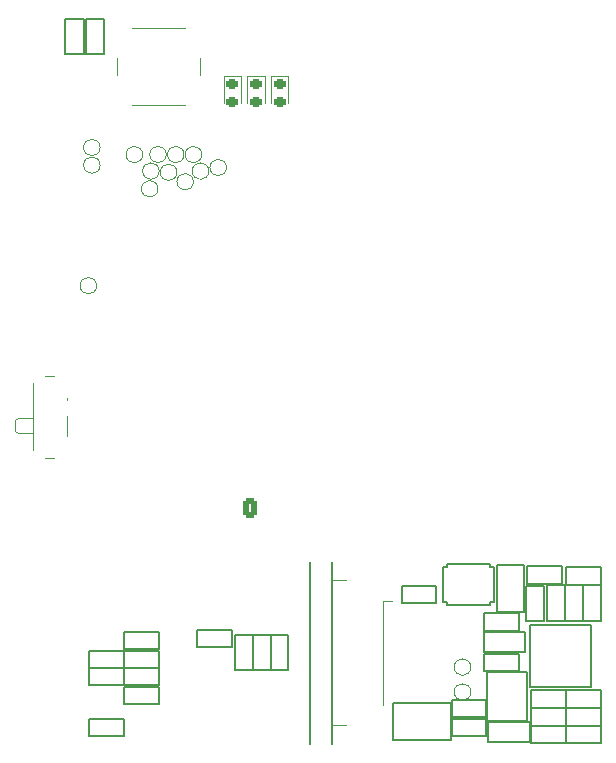
<source format=gbr>
%TF.GenerationSoftware,KiCad,Pcbnew,(6.0.4)*%
%TF.CreationDate,2022-05-12T22:03:53-04:00*%
%TF.ProjectId,Mouse V1,4d6f7573-6520-4563-912e-6b696361645f,V2.0*%
%TF.SameCoordinates,Original*%
%TF.FileFunction,Legend,Bot*%
%TF.FilePolarity,Positive*%
%FSLAX46Y46*%
G04 Gerber Fmt 4.6, Leading zero omitted, Abs format (unit mm)*
G04 Created by KiCad (PCBNEW (6.0.4)) date 2022-05-12 22:03:53*
%MOMM*%
%LPD*%
G01*
G04 APERTURE LIST*
G04 Aperture macros list*
%AMRoundRect*
0 Rectangle with rounded corners*
0 $1 Rounding radius*
0 $2 $3 $4 $5 $6 $7 $8 $9 X,Y pos of 4 corners*
0 Add a 4 corners polygon primitive as box body*
4,1,4,$2,$3,$4,$5,$6,$7,$8,$9,$2,$3,0*
0 Add four circle primitives for the rounded corners*
1,1,$1+$1,$2,$3*
1,1,$1+$1,$4,$5*
1,1,$1+$1,$6,$7*
1,1,$1+$1,$8,$9*
0 Add four rect primitives between the rounded corners*
20,1,$1+$1,$2,$3,$4,$5,0*
20,1,$1+$1,$4,$5,$6,$7,0*
20,1,$1+$1,$6,$7,$8,$9,0*
20,1,$1+$1,$8,$9,$2,$3,0*%
G04 Aperture macros list end*
%ADD10C,0.150000*%
%ADD11C,0.120000*%
%ADD12C,1.701800*%
%ADD13O,2.500000X1.500000*%
%ADD14C,1.500000*%
%ADD15RoundRect,0.250000X-0.350000X-0.625000X0.350000X-0.625000X0.350000X0.625000X-0.350000X0.625000X0*%
%ADD16O,1.200000X1.750000*%
%ADD17C,1.498600*%
%ADD18O,0.850000X0.600000*%
%ADD19C,0.600000*%
%ADD20O,1.300000X2.600000*%
%ADD21O,1.300000X2.300000*%
%ADD22C,0.800000*%
%ADD23R,1.400000X1.400000*%
%ADD24C,1.400000*%
%ADD25C,1.000000*%
%ADD26RoundRect,0.218750X-0.256250X0.218750X-0.256250X-0.218750X0.256250X-0.218750X0.256250X0.218750X0*%
%ADD27R,0.800000X1.000000*%
%ADD28C,0.900000*%
%ADD29R,1.500000X0.700000*%
%ADD30C,2.000000*%
%ADD31C,1.100000*%
%ADD32R,2.500000X1.100000*%
%ADD33O,3.500000X1.900000*%
G04 APERTURE END LIST*
D10*
X157766743Y-150550000D02*
X160766743Y-150550000D01*
X160766743Y-150550000D02*
X160766743Y-149050000D01*
X160766743Y-149050000D02*
X157766743Y-149050000D01*
X157766743Y-149050000D02*
X157766743Y-150550000D01*
X150356743Y-140090000D02*
X150356743Y-137110000D01*
X118300000Y-90700000D02*
X119900000Y-90700000D01*
X119900000Y-90700000D02*
X119900000Y-93700000D01*
X119900000Y-93700000D02*
X118300000Y-93700000D01*
X118300000Y-93700000D02*
X118300000Y-90700000D01*
X163666743Y-141650000D02*
X162166743Y-141650000D01*
X162166743Y-141650000D02*
X162166743Y-138650000D01*
X162166743Y-138650000D02*
X163666743Y-138650000D01*
X163666743Y-138650000D02*
X163666743Y-141650000D01*
X154326743Y-140350000D02*
X150706743Y-140350000D01*
X120320000Y-147120000D02*
X123280000Y-147120000D01*
X123280000Y-147120000D02*
X123280000Y-145660000D01*
X123280000Y-145660000D02*
X120320000Y-145660000D01*
X120320000Y-145660000D02*
X120320000Y-147120000D01*
X150356743Y-137110000D02*
X150706743Y-137110000D01*
X123320000Y-144060000D02*
X126280000Y-144060000D01*
X126280000Y-144060000D02*
X126280000Y-142600000D01*
X126280000Y-142600000D02*
X123320000Y-142600000D01*
X123320000Y-142600000D02*
X123320000Y-144060000D01*
X153766743Y-145950000D02*
X156766743Y-145950000D01*
X156766743Y-145950000D02*
X156766743Y-144450000D01*
X156766743Y-144450000D02*
X153766743Y-144450000D01*
X153766743Y-144450000D02*
X153766743Y-145950000D01*
X154066743Y-146050000D02*
X157466743Y-146050000D01*
X157466743Y-146050000D02*
X157466743Y-150150000D01*
X157466743Y-150150000D02*
X154066743Y-150150000D01*
X154066743Y-150150000D02*
X154066743Y-146050000D01*
X132760000Y-142900000D02*
X134240000Y-142900000D01*
X134240000Y-142900000D02*
X134240000Y-145880000D01*
X134240000Y-145880000D02*
X132760000Y-145880000D01*
X132760000Y-145880000D02*
X132760000Y-142900000D01*
X157766743Y-149050000D02*
X160766743Y-149050000D01*
X160766743Y-149050000D02*
X160766743Y-147550000D01*
X160766743Y-147550000D02*
X157766743Y-147550000D01*
X157766743Y-147550000D02*
X157766743Y-149050000D01*
X157266743Y-144350000D02*
X153766743Y-144350000D01*
X153766743Y-144350000D02*
X153766743Y-142650000D01*
X153766743Y-142650000D02*
X157266743Y-142650000D01*
X157266743Y-142650000D02*
X157266743Y-144350000D01*
X123320000Y-148760000D02*
X126280000Y-148760000D01*
X126280000Y-148760000D02*
X126280000Y-147300000D01*
X126280000Y-147300000D02*
X123320000Y-147300000D01*
X123320000Y-147300000D02*
X123320000Y-148760000D01*
X158866743Y-141650000D02*
X157366743Y-141650000D01*
X157366743Y-141650000D02*
X157366743Y-138750000D01*
X157366743Y-138750000D02*
X158866743Y-138750000D01*
X158866743Y-138750000D02*
X158866743Y-141650000D01*
X160766743Y-137150000D02*
X163666743Y-137150000D01*
X163666743Y-137150000D02*
X163666743Y-138650000D01*
X163666743Y-138650000D02*
X160766743Y-138650000D01*
X160766743Y-138650000D02*
X160766743Y-137150000D01*
X151066743Y-148350000D02*
X153966743Y-148350000D01*
X153966743Y-148350000D02*
X153966743Y-149850000D01*
X153966743Y-149850000D02*
X151066743Y-149850000D01*
X151066743Y-149850000D02*
X151066743Y-148350000D01*
X157666743Y-151950000D02*
X154166743Y-151950000D01*
X154166743Y-151950000D02*
X154166743Y-150250000D01*
X154166743Y-150250000D02*
X157666743Y-150250000D01*
X157666743Y-150250000D02*
X157666743Y-151950000D01*
X154326743Y-140080000D02*
X154326743Y-140350000D01*
X154866743Y-140950000D02*
X157166743Y-140950000D01*
X157166743Y-140950000D02*
X157166743Y-136950000D01*
X157166743Y-136950000D02*
X154866743Y-136950000D01*
X154866743Y-136950000D02*
X154866743Y-140950000D01*
X160766743Y-147550000D02*
X163666743Y-147550000D01*
X163666743Y-147550000D02*
X163666743Y-149050000D01*
X163666743Y-149050000D02*
X160766743Y-149050000D01*
X160766743Y-149050000D02*
X160766743Y-147550000D01*
X151066743Y-151450000D02*
X153966743Y-151450000D01*
X153966743Y-151450000D02*
X153966743Y-149950000D01*
X153966743Y-149950000D02*
X151066743Y-149950000D01*
X151066743Y-149950000D02*
X151066743Y-151450000D01*
X120100000Y-90700000D02*
X121600000Y-90700000D01*
X121600000Y-90700000D02*
X121600000Y-93700000D01*
X121600000Y-93700000D02*
X120100000Y-93700000D01*
X120100000Y-93700000D02*
X120100000Y-90700000D01*
X150706743Y-136840000D02*
X154326743Y-136850000D01*
X159166743Y-141650000D02*
X160666743Y-141650000D01*
X160666743Y-141650000D02*
X160666743Y-138650000D01*
X160666743Y-138650000D02*
X159166743Y-138650000D01*
X159166743Y-138650000D02*
X159166743Y-141650000D01*
X154326743Y-137120000D02*
X154676743Y-137120000D01*
X139100000Y-152100000D02*
X139100000Y-136700000D01*
X146066743Y-151750000D02*
X150966743Y-151750000D01*
X150966743Y-151750000D02*
X150966743Y-148650000D01*
X150966743Y-148650000D02*
X146066743Y-148650000D01*
X146066743Y-148650000D02*
X146066743Y-151750000D01*
X120320000Y-151460000D02*
X123280000Y-151460000D01*
X123280000Y-151460000D02*
X123280000Y-150000000D01*
X123280000Y-150000000D02*
X120320000Y-150000000D01*
X120320000Y-150000000D02*
X120320000Y-151460000D01*
X162166743Y-141650000D02*
X160666743Y-141650000D01*
X160666743Y-141650000D02*
X160666743Y-138650000D01*
X160666743Y-138650000D02*
X162166743Y-138650000D01*
X162166743Y-138650000D02*
X162166743Y-141650000D01*
X150706743Y-140350000D02*
X150706743Y-140090000D01*
X163666743Y-150550000D02*
X160766743Y-150550000D01*
X160766743Y-150550000D02*
X160766743Y-152050000D01*
X160766743Y-152050000D02*
X163666743Y-152050000D01*
X163666743Y-152050000D02*
X163666743Y-150550000D01*
X150706743Y-137110000D02*
X150706743Y-136840000D01*
X129540000Y-143930000D02*
X132500000Y-143930000D01*
X132500000Y-143930000D02*
X132500000Y-142470000D01*
X132500000Y-142470000D02*
X129540000Y-142470000D01*
X129540000Y-142470000D02*
X129540000Y-143930000D01*
X120320000Y-145660000D02*
X123280000Y-145660000D01*
X123280000Y-145660000D02*
X123280000Y-144200000D01*
X123280000Y-144200000D02*
X120320000Y-144200000D01*
X120320000Y-144200000D02*
X120320000Y-145660000D01*
X160766743Y-149050000D02*
X163666743Y-149050000D01*
X163666743Y-149050000D02*
X163666743Y-150550000D01*
X163666743Y-150550000D02*
X160766743Y-150550000D01*
X160766743Y-150550000D02*
X160766743Y-149050000D01*
X157666743Y-147250000D02*
X162866743Y-147250000D01*
X162866743Y-147250000D02*
X162866743Y-142050000D01*
X162866743Y-142050000D02*
X157666743Y-142050000D01*
X157666743Y-142050000D02*
X157666743Y-147250000D01*
X123320000Y-147120000D02*
X126280000Y-147120000D01*
X126280000Y-147120000D02*
X126280000Y-145660000D01*
X126280000Y-145660000D02*
X123320000Y-145660000D01*
X123320000Y-145660000D02*
X123320000Y-147120000D01*
X157766743Y-152050000D02*
X160766743Y-152050000D01*
X160766743Y-152050000D02*
X160766743Y-150550000D01*
X160766743Y-150550000D02*
X157766743Y-150550000D01*
X157766743Y-150550000D02*
X157766743Y-152050000D01*
X154676743Y-140080000D02*
X154326743Y-140080000D01*
X154326743Y-136850000D02*
X154326743Y-137120000D01*
X134240000Y-145880000D02*
X135770000Y-145880000D01*
X135770000Y-145880000D02*
X135770000Y-142900000D01*
X135770000Y-142900000D02*
X134240000Y-142900000D01*
X134240000Y-142900000D02*
X134240000Y-145880000D01*
X149766743Y-140150000D02*
X146866743Y-140150000D01*
X146866743Y-140150000D02*
X146866743Y-138750000D01*
X146866743Y-138750000D02*
X149766743Y-138750000D01*
X149766743Y-138750000D02*
X149766743Y-140150000D01*
X135790000Y-142900000D02*
X137230000Y-142900000D01*
X137230000Y-142900000D02*
X137230000Y-145880000D01*
X137230000Y-145880000D02*
X135790000Y-145880000D01*
X135790000Y-145880000D02*
X135790000Y-142900000D01*
X123320000Y-145660000D02*
X126280000Y-145660000D01*
X126280000Y-145660000D02*
X126280000Y-144200000D01*
X126280000Y-144200000D02*
X123320000Y-144200000D01*
X123320000Y-144200000D02*
X123320000Y-145660000D01*
X140900000Y-152100000D02*
X140900000Y-136700000D01*
X154676743Y-137120000D02*
X154676743Y-140080000D01*
X156766743Y-142550000D02*
X153766743Y-142550000D01*
X153766743Y-142550000D02*
X153766743Y-141050000D01*
X153766743Y-141050000D02*
X156766743Y-141050000D01*
X156766743Y-141050000D02*
X156766743Y-142550000D01*
X157466743Y-138550000D02*
X160366743Y-138550000D01*
X160366743Y-138550000D02*
X160366743Y-137050000D01*
X160366743Y-137050000D02*
X157466743Y-137050000D01*
X157466743Y-137050000D02*
X157466743Y-138550000D01*
X150706743Y-140090000D02*
X150356743Y-140090000D01*
D11*
X128400000Y-102200000D02*
G75*
G03*
X128400000Y-102200000I-700000J0D01*
G01*
X124900000Y-102200000D02*
G75*
G03*
X124900000Y-102200000I-700000J0D01*
G01*
X133765000Y-97800000D02*
X133765000Y-95515000D01*
X133765000Y-95515000D02*
X135235000Y-95515000D01*
X135235000Y-95515000D02*
X135235000Y-97800000D01*
X152683257Y-145600000D02*
G75*
G03*
X152683257Y-145600000I-700000J0D01*
G01*
X126900000Y-102200000D02*
G75*
G03*
X126900000Y-102200000I-700000J0D01*
G01*
X137235000Y-95515000D02*
X137235000Y-97800000D01*
X135765000Y-95515000D02*
X137235000Y-95515000D01*
X135765000Y-97800000D02*
X135765000Y-95515000D01*
X129900000Y-102200000D02*
G75*
G03*
X129900000Y-102200000I-700000J0D01*
G01*
X115625000Y-125800000D02*
X114335000Y-125800000D01*
X115625000Y-127250000D02*
X115625000Y-121550000D01*
X118475000Y-123000000D02*
X118475000Y-122800000D01*
X116635000Y-120950000D02*
X117425000Y-120950000D01*
X114335000Y-124500000D02*
X115625000Y-124500000D01*
X114335000Y-125800000D02*
X114125000Y-125600000D01*
X114125000Y-125600000D02*
X114125000Y-124700000D01*
X117425000Y-127850000D02*
X116635000Y-127850000D01*
X114335000Y-124500000D02*
X114125000Y-124700000D01*
X118475000Y-126000000D02*
X118475000Y-124300000D01*
X152683257Y-147700000D02*
G75*
G03*
X152683257Y-147700000I-700000J0D01*
G01*
X127800000Y-103700000D02*
G75*
G03*
X127800000Y-103700000I-700000J0D01*
G01*
X126300000Y-103600000D02*
G75*
G03*
X126300000Y-103600000I-700000J0D01*
G01*
X130500000Y-103600000D02*
G75*
G03*
X130500000Y-103600000I-700000J0D01*
G01*
X124000000Y-91500000D02*
X128500000Y-91500000D01*
X129750000Y-94000000D02*
X129750000Y-95500000D01*
X122750000Y-95500000D02*
X122750000Y-94000000D01*
X128500000Y-98000000D02*
X124000000Y-98000000D01*
X129200000Y-104500000D02*
G75*
G03*
X129200000Y-104500000I-700000J0D01*
G01*
X142083257Y-150530479D02*
X141033257Y-150530479D01*
X145253257Y-139985479D02*
X146008257Y-139985479D01*
X145253257Y-139985479D02*
X145253257Y-148785479D01*
X142083257Y-138240479D02*
X141033257Y-138240479D01*
X131765000Y-97800000D02*
X131765000Y-95515000D01*
X133235000Y-95515000D02*
X133235000Y-97800000D01*
X131765000Y-95515000D02*
X133235000Y-95515000D01*
X121300000Y-101600000D02*
G75*
G03*
X121300000Y-101600000I-700000J0D01*
G01*
X132000000Y-103300000D02*
G75*
G03*
X132000000Y-103300000I-700000J0D01*
G01*
X126200000Y-105100000D02*
G75*
G03*
X126200000Y-105100000I-700000J0D01*
G01*
X121300000Y-103100000D02*
G75*
G03*
X121300000Y-103100000I-700000J0D01*
G01*
X121000000Y-113300000D02*
G75*
G03*
X121000000Y-113300000I-700000J0D01*
G01*
%LPC*%
G36*
X109802880Y-95967684D02*
G01*
X106707890Y-95967684D01*
X102399030Y-91658834D01*
X102399030Y-84483584D01*
X106715000Y-80167874D01*
X109802880Y-80167874D01*
X109802880Y-95967684D01*
G37*
G36*
X174851056Y-140851166D02*
G01*
X174851056Y-148026416D01*
X170535086Y-152342126D01*
X167447206Y-152342126D01*
X167447206Y-136542316D01*
X170542196Y-136542316D01*
X174851056Y-140851166D01*
G37*
D12*
X142200000Y-85500000D03*
X147280000Y-85500000D03*
X152360000Y-85500000D03*
D13*
X125100000Y-80500000D03*
X125100000Y-90500000D03*
D14*
X126900000Y-88000000D03*
X126900000Y-85500000D03*
X126900000Y-83000000D03*
D15*
X133950000Y-132150000D03*
D16*
X135950000Y-132150000D03*
D17*
X146500000Y-76100000D03*
X151500000Y-76100000D03*
X132000000Y-99400000D03*
X137000000Y-99400000D03*
X118500000Y-111400000D03*
X118500000Y-116400000D03*
D18*
X131350000Y-70050000D03*
D19*
X137350000Y-70050000D03*
D20*
X130030000Y-66950000D03*
D21*
X130030000Y-70775000D03*
D20*
X138670000Y-66950000D03*
D21*
X138670000Y-70775000D03*
D17*
X118500000Y-76100000D03*
X123500000Y-76100000D03*
X118500000Y-97300000D03*
X118500000Y-102300000D03*
D22*
X148500000Y-150100000D03*
D23*
X134350000Y-126460000D03*
D24*
X134350000Y-124680000D03*
X134350000Y-122900000D03*
X134350000Y-121120000D03*
X134350000Y-119340000D03*
X134350000Y-117560000D03*
X134350000Y-115780000D03*
X134350000Y-114000000D03*
X123650000Y-113110000D03*
X123650000Y-114890000D03*
X123650000Y-116670000D03*
X123650000Y-118450000D03*
X123650000Y-120230000D03*
X123650000Y-122010000D03*
X123650000Y-123790000D03*
X123650000Y-125570000D03*
D25*
X127700000Y-102200000D03*
X124200000Y-102200000D03*
D26*
X134500000Y-96212500D03*
X134500000Y-97787500D03*
D25*
X151983257Y-145600000D03*
X126200000Y-102200000D03*
D26*
X136500000Y-96212500D03*
X136500000Y-97787500D03*
D25*
X129200000Y-102200000D03*
D27*
X118135000Y-128050000D03*
X115925000Y-128050000D03*
D28*
X117025000Y-125900000D03*
X117025000Y-122900000D03*
D27*
X115925000Y-120750000D03*
X118135000Y-120750000D03*
D29*
X118785000Y-126650000D03*
X118785000Y-123650000D03*
X118785000Y-122150000D03*
D25*
X151983257Y-147700000D03*
X127100000Y-103700000D03*
X125600000Y-103600000D03*
X129800000Y-103600000D03*
D30*
X129500000Y-97000000D03*
X123000000Y-97000000D03*
X123000000Y-92500000D03*
X129500000Y-92500000D03*
D25*
X128500000Y-104500000D03*
D31*
X144133257Y-146685479D03*
X144133257Y-142085479D03*
D32*
X146883257Y-140885479D03*
X146883257Y-143385479D03*
X146883257Y-145385479D03*
X146883257Y-147885479D03*
D33*
X144133257Y-150085479D03*
X144133257Y-138685479D03*
D26*
X132500000Y-96212500D03*
X132500000Y-97787500D03*
D25*
X120600000Y-101600000D03*
X131300000Y-103300000D03*
X125500000Y-105100000D03*
X120600000Y-103100000D03*
X120300000Y-113300000D03*
M02*

</source>
